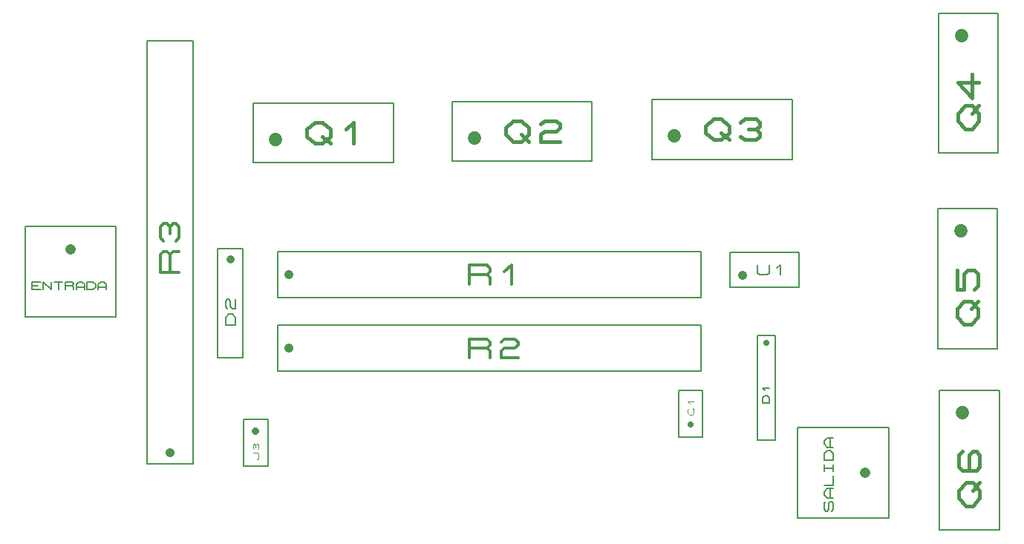
<source format=gbr>
G04 PROTEUS GERBER X2 FILE*
%TF.GenerationSoftware,Labcenter,Proteus,8.13-SP0-Build31525*%
%TF.CreationDate,2025-01-18T14:33:54+00:00*%
%TF.FileFunction,AssemblyDrawing,Top*%
%TF.FilePolarity,Positive*%
%TF.Part,Single*%
%TF.SameCoordinates,{d9d58708-2b01-4210-ba30-9eb4af83a777}*%
%FSLAX45Y45*%
%MOMM*%
G01*
%TA.AperFunction,Material*%
%ADD20C,0.203200*%
%ADD29C,1.219200*%
%ADD72C,0.139330*%
%ADD73C,0.914400*%
%ADD30C,0.186690*%
%ADD31C,0.812800*%
%ADD32C,0.110060*%
%ADD33C,1.016000*%
%ADD34C,0.355600*%
%ADD35C,0.711200*%
%ADD36C,0.111760*%
%ADD37C,0.191340*%
%ADD38C,0.128010*%
%ADD39C,1.524000*%
%ADD40C,0.394540*%
%ADD41C,0.161710*%
%TD.AperFunction*%
D20*
X+361840Y+2534388D02*
X+1398160Y+2534388D01*
X+1398160Y+3570708D01*
X+361840Y+3570708D01*
X+361840Y+2534388D01*
D29*
X+880000Y+3306548D02*
X+880000Y+3306548D01*
D72*
X+535142Y+2848187D02*
X+441090Y+2848187D01*
X+441090Y+2931789D01*
X+535142Y+2931789D01*
X+441090Y+2889988D02*
X+503791Y+2889988D01*
X+566493Y+2848187D02*
X+566493Y+2931789D01*
X+660545Y+2848187D01*
X+660545Y+2931789D01*
X+691896Y+2931789D02*
X+785948Y+2931789D01*
X+738922Y+2931789D02*
X+738922Y+2848187D01*
X+817299Y+2848187D02*
X+817299Y+2931789D01*
X+895675Y+2931789D01*
X+911351Y+2917855D01*
X+911351Y+2903922D01*
X+895675Y+2889988D01*
X+817299Y+2889988D01*
X+895675Y+2889988D02*
X+911351Y+2876054D01*
X+911351Y+2848187D01*
X+942702Y+2848187D02*
X+942702Y+2903922D01*
X+974052Y+2931789D01*
X+1005403Y+2931789D01*
X+1036754Y+2903922D01*
X+1036754Y+2848187D01*
X+942702Y+2876054D02*
X+1036754Y+2876054D01*
X+1068105Y+2848187D02*
X+1068105Y+2931789D01*
X+1130806Y+2931789D01*
X+1162157Y+2903922D01*
X+1162157Y+2876054D01*
X+1130806Y+2848187D01*
X+1068105Y+2848187D01*
X+1193508Y+2848187D02*
X+1193508Y+2903922D01*
X+1224858Y+2931789D01*
X+1256209Y+2931789D01*
X+1287560Y+2903922D01*
X+1287560Y+2848187D01*
X+1193508Y+2876054D02*
X+1287560Y+2876054D01*
D20*
X+2557760Y+2066248D02*
X+2844780Y+2066248D01*
X+2844780Y+3310848D01*
X+2557760Y+3310848D01*
X+2557760Y+2066248D01*
D73*
X+2700000Y+3196548D02*
X+2700000Y+3196548D01*
D30*
X+2757277Y+2440517D02*
X+2645263Y+2440517D01*
X+2645263Y+2524527D01*
X+2682601Y+2566532D01*
X+2719939Y+2566532D01*
X+2757277Y+2524527D01*
X+2757277Y+2440517D01*
X+2663932Y+2629540D02*
X+2645263Y+2650543D01*
X+2645263Y+2713551D01*
X+2663932Y+2734553D01*
X+2682601Y+2734553D01*
X+2701270Y+2713551D01*
X+2701270Y+2650543D01*
X+2719939Y+2629540D01*
X+2757277Y+2629540D01*
X+2757277Y+2734553D01*
D20*
X+2852840Y+835388D02*
X+3127160Y+835388D01*
X+3127160Y+1363708D01*
X+2852840Y+1363708D01*
X+2852840Y+835388D01*
D31*
X+2990000Y+1226548D02*
X+2990000Y+1226548D01*
D32*
X+3001007Y+911589D02*
X+3012014Y+911589D01*
X+3023020Y+923971D01*
X+3023020Y+973500D01*
X+3012014Y+985883D01*
X+2956981Y+985883D01*
X+2967987Y+1023030D02*
X+2956981Y+1035412D01*
X+2956981Y+1072559D01*
X+2967987Y+1084942D01*
X+2978994Y+1084942D01*
X+2990000Y+1072559D01*
X+3001007Y+1084942D01*
X+3012014Y+1084942D01*
X+3023020Y+1072559D01*
X+3023020Y+1035412D01*
X+3012014Y+1023030D01*
X+2990000Y+1047795D02*
X+2990000Y+1072559D01*
D20*
X+1745840Y+859548D02*
X+2274160Y+859548D01*
X+2274160Y+5685548D01*
X+1745840Y+5685548D01*
X+1745840Y+859548D01*
D33*
X+2010000Y+986548D02*
X+2010000Y+986548D01*
D34*
X+2116680Y+3041408D02*
X+1903320Y+3041408D01*
X+1903320Y+3241433D01*
X+1938880Y+3281438D01*
X+1974440Y+3281438D01*
X+2010000Y+3241433D01*
X+2010000Y+3041408D01*
X+2010000Y+3241433D02*
X+2045560Y+3281438D01*
X+2116680Y+3281438D01*
X+1938880Y+3401453D02*
X+1903320Y+3441458D01*
X+1903320Y+3561473D01*
X+1938880Y+3601478D01*
X+1974440Y+3601478D01*
X+2010000Y+3561473D01*
X+2045560Y+3601478D01*
X+2081120Y+3601478D01*
X+2116680Y+3561473D01*
X+2116680Y+3441458D01*
X+2081120Y+3401453D01*
X+2010000Y+3481463D02*
X+2010000Y+3561473D01*
D20*
X+3243000Y+2752388D02*
X+8069000Y+2752388D01*
X+8069000Y+3280708D01*
X+3243000Y+3280708D01*
X+3243000Y+2752388D01*
D33*
X+3370000Y+3016548D02*
X+3370000Y+3016548D01*
D34*
X+5424860Y+2909868D02*
X+5424860Y+3123228D01*
X+5624885Y+3123228D01*
X+5664890Y+3087668D01*
X+5664890Y+3052108D01*
X+5624885Y+3016548D01*
X+5424860Y+3016548D01*
X+5624885Y+3016548D02*
X+5664890Y+2980988D01*
X+5664890Y+2909868D01*
X+5824910Y+3052108D02*
X+5904920Y+3123228D01*
X+5904920Y+2909868D01*
D20*
X+3243000Y+1912388D02*
X+8069000Y+1912388D01*
X+8069000Y+2440708D01*
X+3243000Y+2440708D01*
X+3243000Y+1912388D01*
D33*
X+3370000Y+2176548D02*
X+3370000Y+2176548D01*
D34*
X+5424860Y+2069868D02*
X+5424860Y+2283228D01*
X+5624885Y+2283228D01*
X+5664890Y+2247668D01*
X+5664890Y+2212108D01*
X+5624885Y+2176548D01*
X+5424860Y+2176548D01*
X+5624885Y+2176548D02*
X+5664890Y+2140988D01*
X+5664890Y+2069868D01*
X+5784905Y+2247668D02*
X+5824910Y+2283228D01*
X+5944925Y+2283228D01*
X+5984930Y+2247668D01*
X+5984930Y+2212108D01*
X+5944925Y+2176548D01*
X+5824910Y+2176548D01*
X+5784905Y+2140988D01*
X+5784905Y+2069868D01*
X+5984930Y+2069868D01*
D20*
X+7812840Y+1165388D02*
X+8087160Y+1165388D01*
X+8087160Y+1693708D01*
X+7812840Y+1693708D01*
X+7812840Y+1165388D01*
D35*
X+7950000Y+1302548D02*
X+7950000Y+1302548D01*
D36*
X+7972352Y+1490762D02*
X+7983528Y+1478189D01*
X+7983528Y+1440470D01*
X+7961176Y+1415324D01*
X+7938824Y+1415324D01*
X+7916472Y+1440470D01*
X+7916472Y+1478189D01*
X+7927648Y+1490762D01*
X+7938824Y+1541054D02*
X+7916472Y+1566200D01*
X+7983528Y+1566200D01*
D20*
X+8398840Y+2869388D02*
X+9181160Y+2869388D01*
X+9181160Y+3270708D01*
X+8398840Y+3270708D01*
X+8398840Y+2869388D01*
D33*
X+8536000Y+3006548D02*
X+8536000Y+3006548D01*
D37*
X+8711769Y+3127451D02*
X+8711769Y+3031778D01*
X+8733295Y+3012644D01*
X+8819400Y+3012644D01*
X+8840927Y+3031778D01*
X+8840927Y+3127451D01*
X+8927032Y+3089182D02*
X+8970085Y+3127451D01*
X+8970085Y+3012644D01*
D20*
X+8708400Y+1131648D02*
X+8911600Y+1131648D01*
X+8911600Y+2325448D01*
X+8708400Y+2325448D01*
X+8708400Y+1131648D01*
D35*
X+8810000Y+2236548D02*
X+8810000Y+2236548D01*
D38*
X+8848404Y+1551105D02*
X+8771595Y+1551105D01*
X+8771595Y+1608711D01*
X+8797198Y+1637514D01*
X+8822801Y+1637514D01*
X+8848404Y+1608711D01*
X+8848404Y+1551105D01*
X+8797198Y+1695121D02*
X+8771595Y+1723924D01*
X+8848404Y+1723924D01*
D20*
X+2963800Y+4292388D02*
X+4558920Y+4292388D01*
X+4558920Y+4973108D01*
X+2963800Y+4973108D01*
X+2963800Y+4292388D01*
D39*
X+3217800Y+4556548D02*
X+3217800Y+4556548D01*
D40*
X+3571369Y+4672202D02*
X+3660141Y+4751111D01*
X+3748914Y+4751111D01*
X+3837687Y+4672202D01*
X+3837687Y+4593293D01*
X+3748914Y+4514384D01*
X+3660141Y+4514384D01*
X+3571369Y+4593293D01*
X+3571369Y+4672202D01*
X+3748914Y+4593293D02*
X+3837687Y+4514384D01*
X+4015232Y+4672202D02*
X+4104005Y+4751111D01*
X+4104005Y+4514384D01*
D20*
X+5229900Y+4312388D02*
X+6825020Y+4312388D01*
X+6825020Y+4993108D01*
X+5229900Y+4993108D01*
X+5229900Y+4312388D01*
D39*
X+5483900Y+4576548D02*
X+5483900Y+4576548D01*
D40*
X+5837469Y+4692202D02*
X+5926241Y+4771111D01*
X+6015014Y+4771111D01*
X+6103787Y+4692202D01*
X+6103787Y+4613293D01*
X+6015014Y+4534384D01*
X+5926241Y+4534384D01*
X+5837469Y+4613293D01*
X+5837469Y+4692202D01*
X+6015014Y+4613293D02*
X+6103787Y+4534384D01*
X+6236946Y+4731657D02*
X+6281332Y+4771111D01*
X+6414491Y+4771111D01*
X+6458878Y+4731657D01*
X+6458878Y+4692202D01*
X+6414491Y+4652748D01*
X+6281332Y+4652748D01*
X+6236946Y+4613293D01*
X+6236946Y+4534384D01*
X+6458878Y+4534384D01*
D20*
X+7509900Y+4332388D02*
X+9105020Y+4332388D01*
X+9105020Y+5013108D01*
X+7509900Y+5013108D01*
X+7509900Y+4332388D01*
D39*
X+7763900Y+4596548D02*
X+7763900Y+4596548D01*
D40*
X+8117469Y+4712202D02*
X+8206241Y+4791111D01*
X+8295014Y+4791111D01*
X+8383787Y+4712202D01*
X+8383787Y+4633293D01*
X+8295014Y+4554384D01*
X+8206241Y+4554384D01*
X+8117469Y+4633293D01*
X+8117469Y+4712202D01*
X+8295014Y+4633293D02*
X+8383787Y+4554384D01*
X+8516946Y+4751657D02*
X+8561332Y+4791111D01*
X+8694491Y+4791111D01*
X+8738878Y+4751657D01*
X+8738878Y+4712202D01*
X+8694491Y+4672748D01*
X+8738878Y+4633293D01*
X+8738878Y+4593838D01*
X+8694491Y+4554384D01*
X+8561332Y+4554384D01*
X+8516946Y+4593838D01*
X+8605719Y+4672748D02*
X+8694491Y+4672748D01*
D20*
X+10775840Y+4401528D02*
X+11456560Y+4401528D01*
X+11456560Y+5996648D01*
X+10775840Y+5996648D01*
X+10775840Y+4401528D01*
D39*
X+11040000Y+5742648D02*
X+11040000Y+5742648D01*
D40*
X+11076746Y+4678897D02*
X+10997837Y+4767669D01*
X+10997837Y+4856442D01*
X+11076746Y+4945215D01*
X+11155655Y+4945215D01*
X+11234564Y+4856442D01*
X+11234564Y+4767669D01*
X+11155655Y+4678897D01*
X+11076746Y+4678897D01*
X+11155655Y+4856442D02*
X+11234564Y+4945215D01*
X+11155655Y+5300306D02*
X+11155655Y+5033988D01*
X+10997837Y+5211533D01*
X+11234564Y+5211533D01*
D20*
X+10765840Y+2171528D02*
X+11446560Y+2171528D01*
X+11446560Y+3766648D01*
X+10765840Y+3766648D01*
X+10765840Y+2171528D01*
D39*
X+11030000Y+3512648D02*
X+11030000Y+3512648D01*
D40*
X+11066746Y+2448897D02*
X+10987837Y+2537669D01*
X+10987837Y+2626442D01*
X+11066746Y+2715215D01*
X+11145655Y+2715215D01*
X+11224564Y+2626442D01*
X+11224564Y+2537669D01*
X+11145655Y+2448897D01*
X+11066746Y+2448897D01*
X+11145655Y+2626442D02*
X+11224564Y+2715215D01*
X+10987837Y+3070306D02*
X+10987837Y+2848374D01*
X+11066746Y+2848374D01*
X+11066746Y+3025919D01*
X+11106200Y+3070306D01*
X+11185110Y+3070306D01*
X+11224564Y+3025919D01*
X+11224564Y+2892760D01*
X+11185110Y+2848374D01*
D20*
X+10785840Y+101528D02*
X+11466560Y+101528D01*
X+11466560Y+1696648D01*
X+10785840Y+1696648D01*
X+10785840Y+101528D01*
D39*
X+11050000Y+1442648D02*
X+11050000Y+1442648D01*
D40*
X+11086746Y+378897D02*
X+11007837Y+467669D01*
X+11007837Y+556442D01*
X+11086746Y+645215D01*
X+11165655Y+645215D01*
X+11244564Y+556442D01*
X+11244564Y+467669D01*
X+11165655Y+378897D01*
X+11086746Y+378897D01*
X+11165655Y+556442D02*
X+11244564Y+645215D01*
X+11047291Y+1000306D02*
X+11007837Y+955919D01*
X+11007837Y+822760D01*
X+11047291Y+778374D01*
X+11205110Y+778374D01*
X+11244564Y+822760D01*
X+11244564Y+955919D01*
X+11205110Y+1000306D01*
X+11165655Y+1000306D01*
X+11126200Y+955919D01*
X+11126200Y+778374D01*
D20*
X+9167840Y+238388D02*
X+10204160Y+238388D01*
X+10204160Y+1274708D01*
X+9167840Y+1274708D01*
X+9167840Y+238388D01*
D29*
X+9940000Y+756548D02*
X+9940000Y+756548D01*
D41*
X+9555783Y+319925D02*
X+9571954Y+338117D01*
X+9571954Y+410888D01*
X+9555783Y+429080D01*
X+9539611Y+429080D01*
X+9523440Y+410888D01*
X+9523440Y+338117D01*
X+9507269Y+319925D01*
X+9491097Y+319925D01*
X+9474926Y+338117D01*
X+9474926Y+410888D01*
X+9491097Y+429080D01*
X+9571954Y+465466D02*
X+9507269Y+465466D01*
X+9474926Y+501851D01*
X+9474926Y+538236D01*
X+9507269Y+574621D01*
X+9571954Y+574621D01*
X+9539611Y+465466D02*
X+9539611Y+574621D01*
X+9474926Y+611007D02*
X+9571954Y+611007D01*
X+9571954Y+720162D01*
X+9474926Y+774740D02*
X+9474926Y+847511D01*
X+9474926Y+811125D02*
X+9571954Y+811125D01*
X+9571954Y+774740D02*
X+9571954Y+847511D01*
X+9571954Y+902089D02*
X+9474926Y+902089D01*
X+9474926Y+974859D01*
X+9507269Y+1011244D01*
X+9539611Y+1011244D01*
X+9571954Y+974859D01*
X+9571954Y+902089D01*
X+9571954Y+1047630D02*
X+9507269Y+1047630D01*
X+9474926Y+1084015D01*
X+9474926Y+1120400D01*
X+9507269Y+1156785D01*
X+9571954Y+1156785D01*
X+9539611Y+1047630D02*
X+9539611Y+1156785D01*
M02*

</source>
